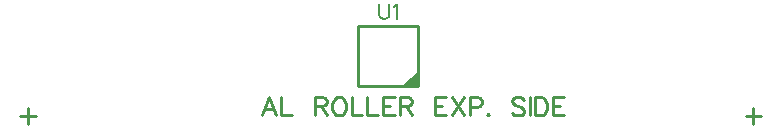
<source format=gbr>
G04 DipTrace 2.4.0.2*
%INTopSilk.gbr*%
%MOIN*%
%ADD10C,0.0098*%
%ADD28C,0.0077*%
%ADD29C,0.0093*%
%FSLAX44Y44*%
G04*
G70*
G90*
G75*
G01*
%LNTopSilk*%
%LPD*%
X17656Y7353D2*
D10*
X19656D1*
Y5353D1*
X17656D1*
Y7353D1*
X19656Y5791D2*
X19156Y5353D1*
X19281D2*
X19594Y5666D1*
X19406Y5353D2*
X19656Y5603D1*
X19531Y5416D2*
X19594Y5478D1*
Y5416D2*
X19531Y5478D1*
X18352Y8086D2*
D28*
Y7727D1*
X18375Y7655D1*
X18423Y7608D1*
X18495Y7583D1*
X18543D1*
X18615Y7608D1*
X18663Y7655D1*
X18686Y7727D1*
Y8086D1*
X18841Y7989D2*
X18889Y8014D1*
X18961Y8085D1*
Y7583D1*
X30826Y4615D2*
D29*
Y4098D1*
X30568Y4356D2*
X31085D1*
X6636Y4615D2*
Y4098D1*
X6378Y4356D2*
X6895D1*
X14901Y4368D2*
X14671Y4971D1*
X14441Y4368D1*
X14527Y4569D2*
X14815D1*
X15086Y4971D2*
Y4368D1*
X15430D1*
X16199Y4683D2*
X16457D1*
X16543Y4713D1*
X16572Y4741D1*
X16601Y4798D1*
Y4856D1*
X16572Y4913D1*
X16543Y4942D1*
X16457Y4971D1*
X16199D1*
Y4368D1*
X16400Y4683D2*
X16601Y4368D1*
X16958Y4971D2*
X16901Y4942D1*
X16844Y4884D1*
X16815Y4827D1*
X16786Y4741D1*
Y4597D1*
X16815Y4512D1*
X16844Y4454D1*
X16901Y4397D1*
X16958Y4368D1*
X17073D1*
X17130Y4397D1*
X17188Y4454D1*
X17216Y4512D1*
X17245Y4597D1*
Y4741D1*
X17216Y4827D1*
X17188Y4884D1*
X17130Y4942D1*
X17073Y4971D1*
X16958D1*
X17430D2*
Y4368D1*
X17774D1*
X17960Y4971D2*
Y4368D1*
X18304D1*
X18862Y4971D2*
X18489D1*
Y4368D1*
X18862D1*
X18489Y4683D2*
X18719D1*
X19047D2*
X19305D1*
X19391Y4713D1*
X19421Y4741D1*
X19449Y4798D1*
Y4856D1*
X19421Y4913D1*
X19391Y4942D1*
X19305Y4971D1*
X19047D1*
Y4368D1*
X19248Y4683D2*
X19449Y4368D1*
X20590Y4971D2*
X20218D1*
Y4368D1*
X20590D1*
X20218Y4683D2*
X20447D1*
X20776Y4971D2*
X21178Y4368D1*
Y4971D2*
X20776Y4368D1*
X21363Y4655D2*
X21622D1*
X21707Y4683D1*
X21736Y4713D1*
X21765Y4770D1*
Y4856D1*
X21736Y4913D1*
X21707Y4942D1*
X21622Y4971D1*
X21363D1*
Y4368D1*
X21979Y4425D2*
X21950Y4396D1*
X21979Y4368D1*
X22008Y4396D1*
X21979Y4425D1*
X23178Y4884D2*
X23121Y4942D1*
X23035Y4971D1*
X22920D1*
X22834Y4942D1*
X22776Y4884D1*
Y4827D1*
X22805Y4770D1*
X22834Y4741D1*
X22891Y4713D1*
X23063Y4655D1*
X23121Y4626D1*
X23150Y4597D1*
X23178Y4540D1*
Y4454D1*
X23121Y4397D1*
X23035Y4368D1*
X22920D1*
X22834Y4397D1*
X22776Y4454D1*
X23363Y4971D2*
Y4368D1*
X23549Y4971D2*
Y4368D1*
X23750D1*
X23836Y4397D1*
X23894Y4454D1*
X23922Y4512D1*
X23951Y4597D1*
Y4741D1*
X23922Y4827D1*
X23894Y4884D1*
X23836Y4942D1*
X23750Y4971D1*
X23549D1*
X24509D2*
X24136D1*
Y4368D1*
X24509D1*
X24136Y4683D2*
X24365D1*
M02*

</source>
